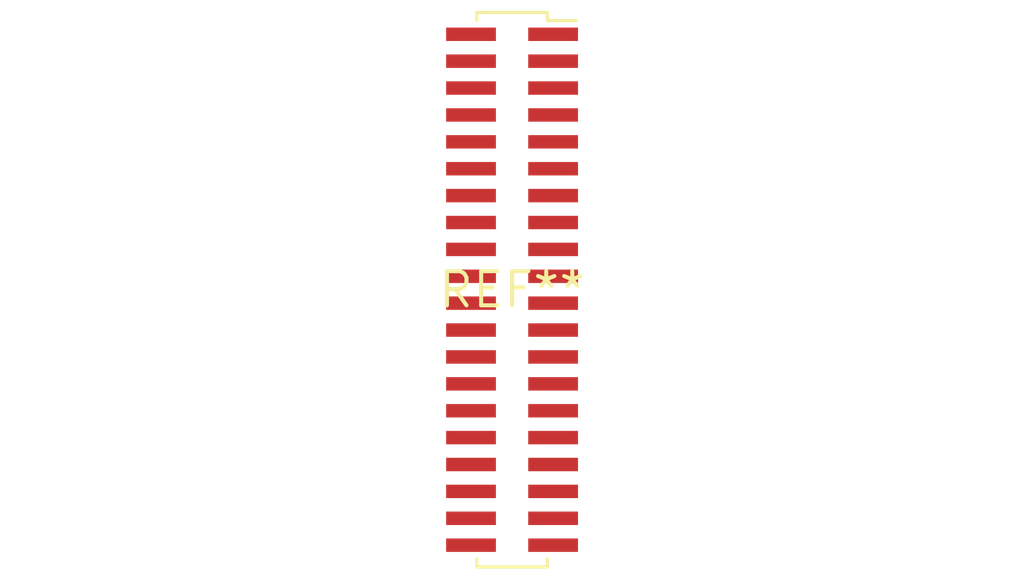
<source format=kicad_pcb>
(kicad_pcb (version 20240108) (generator pcbnew)
  (layers (0 "F.Cu" signal) (31 "B.Cu" signal) (34 "B.Paste" user) (35 "F.Paste" user) (36 "B.SilkS" user "B.Silkscreen") (37 "F.SilkS" user "F.Silkscreen") (38 "B.Mask" user) (39 "F.Mask" user) (44 "Edge.Cuts" user))
  (net 0 "")
  (footprint "PinSocket_2x20_P1.00mm_Vertical_SMD" (layer "F.Cu") (at 0 0)
    (property "Reference" "REF**")
    (property "Value" "PinSocket_2x20_P1.00mm_Vertical_SMD")
    (fp_line (start -1.31 -10.31) (end -1.31 -10.01) (layer "F.SilkS") (stroke (width 0.12)))
    (fp_line (start -1.31 -10.31) (end 1.31 -10.31) (layer "F.SilkS") (stroke (width 0.12)))
    (fp_line (start -1.31 10.01) (end -1.31 10.31) (layer "F.SilkS") (stroke (width 0.12)))
    (fp_line (start -1.31 10.31) (end 1.31 10.31) (layer "F.SilkS") (stroke (width 0.12)))
    (fp_line (start 1.31 -10.31) (end 1.31 -10.01) (layer "F.SilkS") (stroke (width 0.12)))
    (fp_line (start 1.31 -10.01) (end 2.39 -10.01) (layer "F.SilkS") (stroke (width 0.12)))
    (fp_line (start 1.31 10.01) (end 1.31 10.31) (layer "F.SilkS") (stroke (width 0.12)))
    (pad "1" smd rect (at 1.525 -9.5) (size 1.85 0.5) (layers "F.Cu" "F.Paste" "F.Mask"))
    (pad "2" smd rect (at -1.525 -9.5) (size 1.85 0.5) (layers "F.Cu" "F.Paste" "F.Mask"))
    (pad "3" smd rect (at 1.525 -8.5) (size 1.85 0.5) (layers "F.Cu" "F.Paste" "F.Mask"))
    (pad "4" smd rect (at -1.525 -8.5) (size 1.85 0.5) (layers "F.Cu" "F.Paste" "F.Mask"))
    (pad "5" smd rect (at 1.525 -7.5) (size 1.85 0.5) (layers "F.Cu" "F.Paste" "F.Mask"))
    (pad "6" smd rect (at -1.525 -7.5) (size 1.85 0.5) (layers "F.Cu" "F.Paste" "F.Mask"))
    (pad "7" smd rect (at 1.525 -6.5) (size 1.85 0.5) (layers "F.Cu" "F.Paste" "F.Mask"))
    (pad "8" smd rect (at -1.525 -6.5) (size 1.85 0.5) (layers "F.Cu" "F.Paste" "F.Mask"))
    (pad "9" smd rect (at 1.525 -5.5) (size 1.85 0.5) (layers "F.Cu" "F.Paste" "F.Mask"))
    (pad "10" smd rect (at -1.525 -5.5) (size 1.85 0.5) (layers "F.Cu" "F.Paste" "F.Mask"))
    (pad "11" smd rect (at 1.525 -4.5) (size 1.85 0.5) (layers "F.Cu" "F.Paste" "F.Mask"))
    (pad "12" smd rect (at -1.525 -4.5) (size 1.85 0.5) (layers "F.Cu" "F.Paste" "F.Mask"))
    (pad "13" smd rect (at 1.525 -3.5) (size 1.85 0.5) (layers "F.Cu" "F.Paste" "F.Mask"))
    (pad "14" smd rect (at -1.525 -3.5) (size 1.85 0.5) (layers "F.Cu" "F.Paste" "F.Mask"))
    (pad "15" smd rect (at 1.525 -2.5) (size 1.85 0.5) (layers "F.Cu" "F.Paste" "F.Mask"))
    (pad "16" smd rect (at -1.525 -2.5) (size 1.85 0.5) (layers "F.Cu" "F.Paste" "F.Mask"))
    (pad "17" smd rect (at 1.525 -1.5) (size 1.85 0.5) (layers "F.Cu" "F.Paste" "F.Mask"))
    (pad "18" smd rect (at -1.525 -1.5) (size 1.85 0.5) (layers "F.Cu" "F.Paste" "F.Mask"))
    (pad "19" smd rect (at 1.525 -0.5) (size 1.85 0.5) (layers "F.Cu" "F.Paste" "F.Mask"))
    (pad "20" smd rect (at -1.525 -0.5) (size 1.85 0.5) (layers "F.Cu" "F.Paste" "F.Mask"))
    (pad "21" smd rect (at 1.525 0.5) (size 1.85 0.5) (layers "F.Cu" "F.Paste" "F.Mask"))
    (pad "22" smd rect (at -1.525 0.5) (size 1.85 0.5) (layers "F.Cu" "F.Paste" "F.Mask"))
    (pad "23" smd rect (at 1.525 1.5) (size 1.85 0.5) (layers "F.Cu" "F.Paste" "F.Mask"))
    (pad "24" smd rect (at -1.525 1.5) (size 1.85 0.5) (layers "F.Cu" "F.Paste" "F.Mask"))
    (pad "25" smd rect (at 1.525 2.5) (size 1.85 0.5) (layers "F.Cu" "F.Paste" "F.Mask"))
    (pad "26" smd rect (at -1.525 2.5) (size 1.85 0.5) (layers "F.Cu" "F.Paste" "F.Mask"))
    (pad "27" smd rect (at 1.525 3.5) (size 1.85 0.5) (layers "F.Cu" "F.Paste" "F.Mask"))
    (pad "28" smd rect (at -1.525 3.5) (size 1.85 0.5) (layers "F.Cu" "F.Paste" "F.Mask"))
    (pad "29" smd rect (at 1.525 4.5) (size 1.85 0.5) (layers "F.Cu" "F.Paste" "F.Mask"))
    (pad "30" smd rect (at -1.525 4.5) (size 1.85 0.5) (layers "F.Cu" "F.Paste" "F.Mask"))
    (pad "31" smd rect (at 1.525 5.5) (size 1.85 0.5) (layers "F.Cu" "F.Paste" "F.Mask"))
    (pad "32" smd rect (at -1.525 5.5) (size 1.85 0.5) (layers "F.Cu" "F.Paste" "F.Mask"))
    (pad "33" smd rect (at 1.525 6.5) (size 1.85 0.5) (layers "F.Cu" "F.Paste" "F.Mask"))
    (pad "34" smd rect (at -1.525 6.5) (size 1.85 0.5) (layers "F.Cu" "F.Paste" "F.Mask"))
    (pad "35" smd rect (at 1.525 7.5) (size 1.85 0.5) (layers "F.Cu" "F.Paste" "F.Mask"))
    (pad "36" smd rect (at -1.525 7.5) (size 1.85 0.5) (layers "F.Cu" "F.Paste" "F.Mask"))
    (pad "37" smd rect (at 1.525 8.5) (size 1.85 0.5) (layers "F.Cu" "F.Paste" "F.Mask"))
    (pad "38" smd rect (at -1.525 8.5) (size 1.85 0.5) (layers "F.Cu" "F.Paste" "F.Mask"))
    (pad "39" smd rect (at 1.525 9.5) (size 1.85 0.5) (layers "F.Cu" "F.Paste" "F.Mask"))
    (pad "40" smd rect (at -1.525 9.5) (size 1.85 0.5) (layers "F.Cu" "F.Paste" "F.Mask"))
  )
)
</source>
